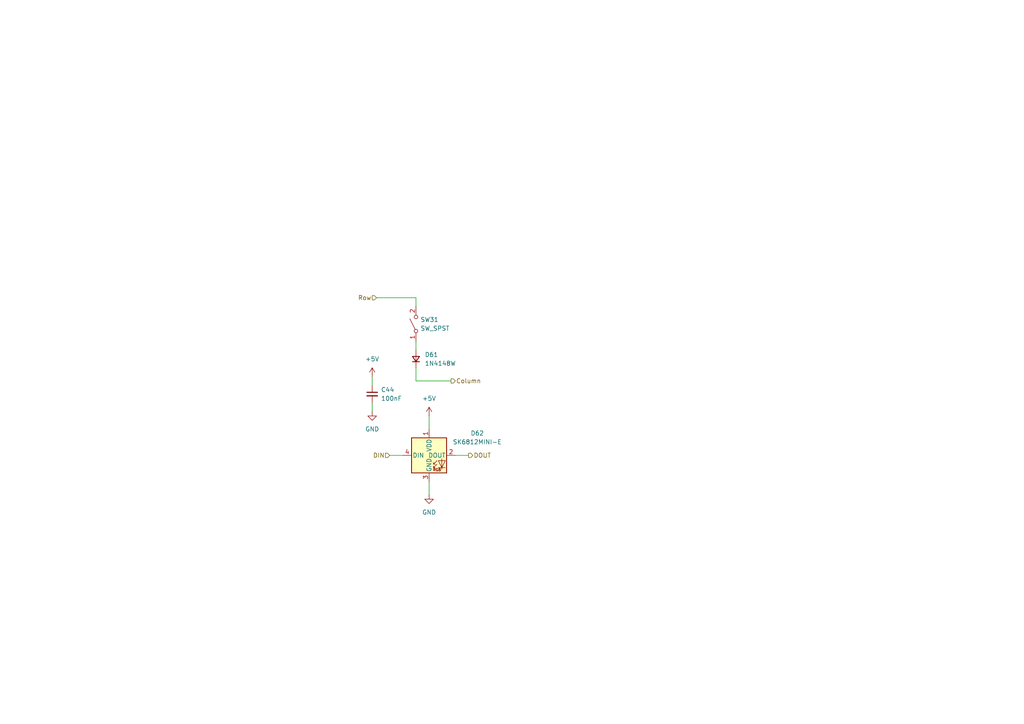
<source format=kicad_sch>
(kicad_sch (version 20250114) (generator "eeschema") (generator_version "9.0")
  (paper "A4")
  (lib_symbols
    (symbol "Device:C_Small" (pin_numbers (hide yes)) (pin_names (offset 0.254) (hide yes))
      (property "Reference" "C" (at 0.254 1.778 0))
      (property "Value" "C_Small" (at 0.254 -2.032 0))
      (symbol "C_Small_0_1"
        (polyline (pts (xy -1.524 0.508) (xy 1.524 0.508)) (stroke (width 0.3048)))
        (polyline (pts (xy -1.524 -0.508) (xy 1.524 -0.508)) (stroke (width 0.3302)))
      )
      (symbol "C_Small_1_1"
        (pin passive line (at 0 2.54 270) (length 2.032) (name "~") (number "1"))
        (pin passive line (at 0 -2.54 90) (length 2.032) (name "~") (number "2"))
      )
    )
    (symbol "Device:D_Small" (pin_numbers (hide yes)) (pin_names (offset 0.254) (hide yes))
      (property "Reference" "D" (at -1.27 2.032 0))
      (property "Value" "D_Small" (at -3.81 -2.032 0))
      (symbol "D_Small_0_1"
        (polyline (pts (xy -0.762 0) (xy 0.762 0)))
        (polyline (pts (xy -0.762 -1.016) (xy -0.762 1.016)) (stroke (width 0.254)))
        (polyline (pts (xy 0.762 -1.016) (xy -0.762 0) (xy 0.762 1.016) (xy 0.762 -1.016)) (stroke (width 0.254)))
      )
      (symbol "D_Small_1_1"
        (pin passive line (at -2.54 0 0) (length 1.778) (name "K") (number "1"))
        (pin passive line (at 2.54 0 180) (length 1.778) (name "A") (number "2"))
      )
    )
    (symbol "SW-Adafruit:SK6812MINI-E" (pin_names (offset 0.254))
      (property "Reference" "D" (at 5.08 5.715 0))
      (property "Value" "SK6812MINI-E" (at 1.27 -5.715 0))
      (symbol "SK6812MINI-E_0_0"
        (text "RGB" (at 2.286 -4.191 0) (effects (font (size 0.762 0.762))))
      )
      (symbol "SK6812MINI-E_0_1"
        (polyline (pts (xy 1.27 -2.54) (xy 1.778 -2.54)))
        (polyline (pts (xy 1.27 -3.556) (xy 1.778 -3.556)))
        (polyline (pts (xy 2.286 -1.524) (xy 1.27 -2.54) (xy 1.27 -2.032)))
        (polyline (pts (xy 2.286 -2.54) (xy 1.27 -3.556) (xy 1.27 -3.048)))
        (polyline (pts (xy 3.683 -1.016) (xy 3.683 -3.556) (xy 3.683 -4.064)))
        (polyline (pts (xy 4.699 -1.524) (xy 2.667 -1.524) (xy 3.683 -3.556) (xy 4.699 -1.524)))
        (polyline (pts (xy 4.699 -3.556) (xy 2.667 -3.556)))
        (rectangle (start 5.08 5.08) (end -5.08 -5.08) (stroke (width 0.254)) (fill (type background)))
      )
      (symbol "SK6812MINI-E_1_1"
        (pin input line (at -7.62 0 0) (length 2.54) (name "DIN") (number "4"))
        (pin power_in line (at 0 7.62 270) (length 2.54) (name "VDD") (number "1"))
        (pin power_in line (at 0 -7.62 90) (length 2.54) (name "GND") (number "3"))
        (pin output line (at 7.62 0 180) (length 2.54) (name "DOUT") (number "2"))
      )
    )
    (symbol "Switch:SW_SPST" (pin_names (offset 0) (hide yes))
      (property "Reference" "SW" (at 0 3.175 0))
      (property "Value" "SW_SPST" (at 0 -2.54 0))
      (symbol "SW_SPST_0_0"
        (circle (center -2.032 0) (radius 0.508))
        (polyline (pts (xy -1.524 0.254) (xy 1.524 1.778)))
        (circle (center 2.032 0) (radius 0.508))
      )
      (symbol "SW_SPST_1_1"
        (pin passive line (at -5.08 0 0) (length 2.54) (name "A") (number "1"))
        (pin passive line (at 5.08 0 180) (length 2.54) (name "B") (number "2"))
      )
    )
    (symbol "power:+5V" (power) (pin_numbers (hide yes)) (pin_names (offset 0) (hide yes))
      (property "Value" "+5V" (at 0 3.556 0))
      (symbol "+5V_0_1"
        (polyline (pts (xy -0.762 1.27) (xy 0 2.54)))
        (polyline (pts (xy 0 2.54) (xy 0.762 1.27)))
        (polyline (pts (xy 0 0) (xy 0 2.54)))
      )
      (symbol "+5V_1_1"
        (pin power_in line (at 0 0 90) (length 0) (name "~") (number "1"))
      )
    )
    (symbol "power:GND" (power) (pin_numbers (hide yes)) (pin_names (offset 0) (hide yes))
      (property "Value" "GND" (at 0 -3.81 0))
      (symbol "GND_0_1"
        (polyline (pts (xy 0 0) (xy 0 -1.27) (xy 1.27 -1.27) (xy 0 -2.54) (xy -1.27 -1.27) (xy 0 -1.27)))
      )
      (symbol "GND_1_1"
        (pin power_in line (at 0 0 270) (length 0) (name "~") (number "1"))
      )
    )
  )
  (wire (pts (xy 120.65 86.36) (xy 120.65 88.9)))
  (wire (pts (xy 120.65 110.49) (xy 130.81 110.49)))
  (wire (pts (xy 120.65 99.06) (xy 120.65 101.6)))
  (wire (pts (xy 132.08 132.08) (xy 135.89 132.08)))
  (wire (pts (xy 109.22 86.36) (xy 120.65 86.36)))
  (wire (pts (xy 113.03 132.08) (xy 116.84 132.08)))
  (wire (pts (xy 107.95 116.84) (xy 107.95 119.38)))
  (wire (pts (xy 107.95 109.22) (xy 107.95 111.76)))
  (wire (pts (xy 124.46 139.7) (xy 124.46 143.51)))
  (wire (pts (xy 124.46 120.65) (xy 124.46 124.46)))
  (wire (pts (xy 120.65 106.68) (xy 120.65 110.49)))
  (hierarchical_label "DOUT" (shape output) (at 135.89 132.08 0))
  (hierarchical_label "DIN" (shape input) (at 113.03 132.08 180))
  (hierarchical_label "Row" (shape input) (at 109.22 86.36 180))
  (hierarchical_label "Column" (shape output) (at 130.81 110.49 0))
  (symbol (lib_id "power:+5V") (at 124.46 120.65 0) (unit 1)
    (property "Reference" "#PWR0167" (effects (hide yes)))
    (property "Value" "+5V" (at 124.46 115.57 0))
    (property "Description" "Power symbol creates a global label with name \"+5V\"" (effects (hide yes)))
    (instances (project "row_staggered_split_keyboard" (path "" (reference "#PWR070") (unit 1)) (path "" (reference "#PWR086") (unit 1)) (path "" (reference "#PWR018") (unit 1)) (path "" (reference "#PWR024") (unit 1)) (path "" (reference "#PWR060") (unit 1)) (path "" (reference "#PWR028") (unit 1)) (path "" (reference "#PWR062") (unit 1)) (path "" (reference "#PWR016") (unit 1)) (path "" (reference "#PWR034") (unit 1)) (path "" (reference "#PWR038") (unit 1)) (path "" (reference "#PWR092") (unit 1)) (path "" (reference "#PWR066") (unit 1)) (path "" (reference "#PWR020") (unit 1)) (path "" (reference "#PWR014") (unit 1)) (path "" (reference "#PWR044") (unit 1)) (path "" (reference "#PWR0175") (unit 1)) (path "" (reference "#PWR0167") (unit 1)) (path "" (reference "#PWR072") (unit 1)) (path "" (reference "#PWR076") (unit 1)) (path "" (reference "#PWR058") (unit 1)) (path "" (reference "#PWR010") (unit 1)) (path "" (reference "#PWR056") (unit 1)) (path "" (reference "#PWR088") (unit 1)) (path "" (reference "#PWR084") (unit 1)) (path "" (reference "#PWR032") (unit 1)) (path "" (reference "#PWR090") (unit 1)) (path "" (reference "#PWR042") (unit 1)) (path "" (reference "#PWR0171") (unit 1)) (path "" (reference "#PWR048") (unit 1)) (path "" (reference "#PWR0139") (unit 1)) (path "" (reference "#PWR030") (unit 1)) (path "" (reference "#PWR052") (unit 1)) (path "" (reference "#PWR046") (unit 1)) (path "" (reference "#PWR074") (unit 1))))
  )
  (symbol (lib_id "Device:D_Small") (at 120.65 104.14 90) (unit 1)
    (property "Reference" "D75" (at 123.19 102.8699 90) (effects (justify right)))
    (property "Value" "1N4148W" (at 123.19 105.4099 90) (effects (justify right)))
    (property "Footprint" "Diode_SMD:D_SOD-123" (effects (hide yes)))
    (property "Description" "Diode, small symbol" (effects (hide yes)))
    (property "Sim.Device" "D" (effects (hide yes)))
    (property "Sim.Pins" "1=K 2=A" (effects (hide yes)))
    (instances (project "row_staggered_split_keyboard" (path "" (reference "D61") (unit 1)) (path "" (reference "D77") (unit 1)) (path "" (reference "D9") (unit 1)) (path "" (reference "D15") (unit 1)) (path "" (reference "D51") (unit 1)) (path "" (reference "D19") (unit 1)) (path "" (reference "D53") (unit 1)) (path "" (reference "D7") (unit 1)) (path "" (reference "D25") (unit 1)) (path "" (reference "D29") (unit 1)) (path "" (reference "D83") (unit 1)) (path "" (reference "D57") (unit 1)) (path "" (reference "D11") (unit 1)) (path "" (reference "D5") (unit 1)) (path "" (reference "D35") (unit 1)) (path "" (reference "D79") (unit 1)) (path "" (reference "D75") (unit 1)) (path "" (reference "D63") (unit 1)) (path "" (reference "D67") (unit 1)) (path "" (reference "D49") (unit 1)) (path "" (reference "D1") (unit 1)) (path "" (reference "D47") (unit 1)) (path "" (reference "D79") (unit 1)) (path "" (reference "D75") (unit 1)) (path "" (reference "D23") (unit 1)) (path "" (reference "D81") (unit 1)) (path "" (reference "D33") (unit 1)) (path "" (reference "D77") (unit 1)) (path "" (reference "D39") (unit 1)) (path "" (reference "D61") (unit 1)) (path "" (reference "D21") (unit 1)) (path "" (reference "D43") (unit 1)) (path "" (reference "D37") (unit 1)) (path "" (reference "D65") (unit 1))))
  )
  (symbol (lib_id "SW-Adafruit:SK6812MINI-E") (at 124.46 132.08 0) (unit 1)
    (property "Reference" "D76" (at 138.43 125.6598 0))
    (property "Value" "SK6812MINI-E" (at 138.43 128.1998 0))
    (property "Footprint" "SW-Adafruit:LED_SK6812MINI-E_REVERSE_MOUNT_3.2x2.8mm_P1.09mm" (effects (hide yes)))
    (property "Datasheet" "https://cdn-shop.adafruit.com/product-files/4960/4960_SK6812MINI-E_REV02_EN.pdf" (effects (hide yes)))
    (property "Description" "RGB LED with integrated controller" (effects (hide yes)))
    (instances (project "row_staggered_split_keyboard" (path "" (reference "D62") (unit 1)) (path "" (reference "D78") (unit 1)) (path "" (reference "D10") (unit 1)) (path "" (reference "D16") (unit 1)) (path "" (reference "D52") (unit 1)) (path "" (reference "D20") (unit 1)) (path "" (reference "D54") (unit 1)) (path "" (reference "D8") (unit 1)) (path "" (reference "D26") (unit 1)) (path "" (reference "D30") (unit 1)) (path "" (reference "D84") (unit 1)) (path "" (reference "D58") (unit 1)) (path "" (reference "D12") (unit 1)) (path "" (reference "D6") (unit 1)) (path "" (reference "D36") (unit 1)) (path "" (reference "D80") (unit 1)) (path "" (reference "D76") (unit 1)) (path "" (reference "D64") (unit 1)) (path "" (reference "D68") (unit 1)) (path "" (reference "D50") (unit 1)) (path "" (reference "D2") (unit 1)) (path "" (reference "D48") (unit 1)) (path "" (reference "D80") (unit 1)) (path "" (reference "D76") (unit 1)) (path "" (reference "D24") (unit 1)) (path "" (reference "D82") (unit 1)) (path "" (reference "D34") (unit 1)) (path "" (reference "D78") (unit 1)) (path "" (reference "D40") (unit 1)) (path "" (reference "D62") (unit 1)) (path "" (reference "D22") (unit 1)) (path "" (reference "D44") (unit 1)) (path "" (reference "D38") (unit 1)) (path "" (reference "D66") (unit 1))))
  )
  (symbol (lib_id "power:+5V") (at 107.95 109.22 0) (unit 1)
    (property "Reference" "#PWR0165" (effects (hide yes)))
    (property "Value" "+5V" (at 107.95 104.14 0))
    (property "Description" "Power symbol creates a global label with name \"+5V\"" (effects (hide yes)))
    (instances (project "row_staggered_split_keyboard_left_side" (path "" (reference "#PWR0173") (unit 1)) (path "" (reference "#PWR0165") (unit 1)) (path "" (reference "#PWR0169") (unit 1)) (path "" (reference "#PWR0137") (unit 1))))
  )
  (symbol (lib_id "power:GND") (at 124.46 143.51 0) (unit 1)
    (property "Reference" "#PWR0168" (effects (hide yes)))
    (property "Value" "GND" (at 124.46 148.59 0))
    (property "Description" "Power symbol creates a global label with name \"GND\" , ground" (effects (hide yes)))
    (instances (project "row_staggered_split_keyboard" (path "" (reference "#PWR071") (unit 1)) (path "" (reference "#PWR087") (unit 1)) (path "" (reference "#PWR019") (unit 1)) (path "" (reference "#PWR025") (unit 1)) (path "" (reference "#PWR061") (unit 1)) (path "" (reference "#PWR029") (unit 1)) (path "" (reference "#PWR063") (unit 1)) (path "" (reference "#PWR017") (unit 1)) (path "" (reference "#PWR035") (unit 1)) (path "" (reference "#PWR039") (unit 1)) (path "" (reference "#PWR093") (unit 1)) (path "" (reference "#PWR067") (unit 1)) (path "" (reference "#PWR021") (unit 1)) (path "" (reference "#PWR015") (unit 1)) (path "" (reference "#PWR045") (unit 1)) (path "" (reference "#PWR0176") (unit 1)) (path "" (reference "#PWR0168") (unit 1)) (path "" (reference "#PWR073") (unit 1)) (path "" (reference "#PWR077") (unit 1)) (path "" (reference "#PWR059") (unit 1)) (path "" (reference "#PWR011") (unit 1)) (path "" (reference "#PWR057") (unit 1)) (path "" (reference "#PWR089") (unit 1)) (path "" (reference "#PWR085") (unit 1)) (path "" (reference "#PWR033") (unit 1)) (path "" (reference "#PWR091") (unit 1)) (path "" (reference "#PWR043") (unit 1)) (path "" (reference "#PWR0172") (unit 1)) (path "" (reference "#PWR049") (unit 1)) (path "" (reference "#PWR0140") (unit 1)) (path "" (reference "#PWR031") (unit 1)) (path "" (reference "#PWR053") (unit 1)) (path "" (reference "#PWR047") (unit 1)) (path "" (reference "#PWR075") (unit 1))))
  )
  (symbol (lib_id "power:GND") (at 107.95 119.38 0) (unit 1)
    (property "Reference" "#PWR0166" (effects (hide yes)))
    (property "Value" "GND" (at 107.95 124.46 0))
    (property "Description" "Power symbol creates a global label with name \"GND\" , ground" (effects (hide yes)))
    (instances (project "row_staggered_split_keyboard_left_side" (path "" (reference "#PWR0174") (unit 1)) (path "" (reference "#PWR0166") (unit 1)) (path "" (reference "#PWR0170") (unit 1)) (path "" (reference "#PWR0138") (unit 1))))
  )
  (symbol (lib_id "Switch:SW_SPST") (at 120.65 93.98 90) (unit 1)
    (property "Reference" "SW38" (at 121.92 92.7099 90) (effects (justify right)))
    (property "Value" "SW_SPST" (at 121.92 95.2499 90) (effects (justify right)))
    (property "Footprint" "PCM_Switch_Keyboard_Hotswap_Kailh:SW_Hotswap_Kailh_MX_1.25u" (effects (hide yes)))
    (property "Description" "Single Pole Single Throw (SPST) switch" (effects (hide yes)))
    (instances (project "row_staggered_split_keyboard" (path "" (reference "SW31") (unit 1)) (path "" (reference "SW39") (unit 1)) (path "" (reference "SW5") (unit 1)) (path "" (reference "SW8") (unit 1)) (path "" (reference "SW26") (unit 1)) (path "" (reference "SW10") (unit 1)) (path "" (reference "SW27") (unit 1)) (path "" (reference "SW4") (unit 1)) (path "" (reference "SW13") (unit 1)) (path "" (reference "SW15") (unit 1)) (path "" (reference "SW42") (unit 1)) (path "" (reference "SW29") (unit 1)) (path "" (reference "SW6") (unit 1)) (path "" (reference "SW3") (unit 1)) (path "" (reference "SW18") (unit 1)) (path "" (reference "SW40") (unit 1)) (path "" (reference "SW38") (unit 1)) (path "" (reference "SW32") (unit 1)) (path "" (reference "SW34") (unit 1)) (path "" (reference "SW25") (unit 1)) (path "" (reference "SW1") (unit 1)) (path "" (reference "SW24") (unit 1)) (path "" (reference "SW40") (unit 1)) (path "" (reference "SW38") (unit 1)) (path "" (reference "SW12") (unit 1)) (path "" (reference "SW41") (unit 1)) (path "" (reference "SW17") (unit 1)) (path "" (reference "SW39") (unit 1)) (path "" (reference "SW20") (unit 1)) (path "" (reference "SW31") (unit 1)) (path "" (reference "SW11") (unit 1)) (path "" (reference "SW22") (unit 1)) (path "" (reference "SW19") (unit 1)) (path "" (reference "SW33") (unit 1))))
  )
  (symbol (lib_id "Device:C_Small") (at 107.95 114.3 0) (unit 1)
    (property "Reference" "C42" (at 110.49 113.0362 0) (effects (justify left)))
    (property "Value" "100nF" (at 110.49 115.5762 0) (effects (justify left)))
    (property "Footprint" "Capacitor_SMD:C_0805_2012Metric_Pad1.18x1.45mm_HandSolder" (effects (hide yes)))
    (property "Description" "Unpolarized capacitor, small symbol" (effects (hide yes)))
    (instances (project "row_staggered_split_keyboard_left_side" (path "" (reference "C44") (unit 1)) (path "" (reference "C42") (unit 1)) (path "" (reference "C43") (unit 1)) (path "" (reference "C35") (unit 1))))
  )
)
</source>
